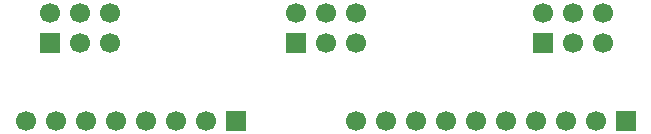
<source format=gbr>
%TF.GenerationSoftware,KiCad,Pcbnew,9.0.2*%
%TF.CreationDate,2025-07-24T17:01:52+02:00*%
%TF.ProjectId,SAO_V2,53414f5f-5632-42e6-9b69-6361645f7063,rev?*%
%TF.SameCoordinates,Original*%
%TF.FileFunction,Soldermask,Bot*%
%TF.FilePolarity,Negative*%
%FSLAX46Y46*%
G04 Gerber Fmt 4.6, Leading zero omitted, Abs format (unit mm)*
G04 Created by KiCad (PCBNEW 9.0.2) date 2025-07-24 17:01:52*
%MOMM*%
%LPD*%
G01*
G04 APERTURE LIST*
%ADD10R,1.700000X1.700000*%
%ADD11C,1.700000*%
G04 APERTURE END LIST*
D10*
%TO.C,J3*%
X103310000Y-144455000D03*
D11*
X103310000Y-141915000D03*
X105850000Y-144455000D03*
X105850000Y-141915000D03*
X108390000Y-144455000D03*
X108390000Y-141915000D03*
%TD*%
D10*
%TO.C,J1*%
X61570000Y-144455000D03*
D11*
X61570000Y-141915000D03*
X64110000Y-144455000D03*
X64110000Y-141915000D03*
X66650000Y-144455000D03*
X66650000Y-141915000D03*
%TD*%
D10*
%TO.C,J5*%
X110330000Y-151000000D03*
D11*
X107790000Y-151000000D03*
X105250000Y-151000000D03*
X102710000Y-151000000D03*
X100170000Y-151000000D03*
X97630000Y-151000000D03*
X95090000Y-151000000D03*
X92550000Y-151000000D03*
X90010000Y-151000000D03*
X87470000Y-151000000D03*
%TD*%
D10*
%TO.C,J6*%
X77310000Y-151000000D03*
D11*
X74770000Y-151000000D03*
X72230000Y-151000000D03*
X69690000Y-151000000D03*
X67150000Y-151000000D03*
X64610000Y-151000000D03*
X62070000Y-151000000D03*
X59530000Y-151000000D03*
%TD*%
D10*
%TO.C,J2*%
X82440000Y-144455000D03*
D11*
X82440000Y-141915000D03*
X84980000Y-144455000D03*
X84980000Y-141915000D03*
X87520000Y-144455000D03*
X87520000Y-141915000D03*
%TD*%
M02*

</source>
